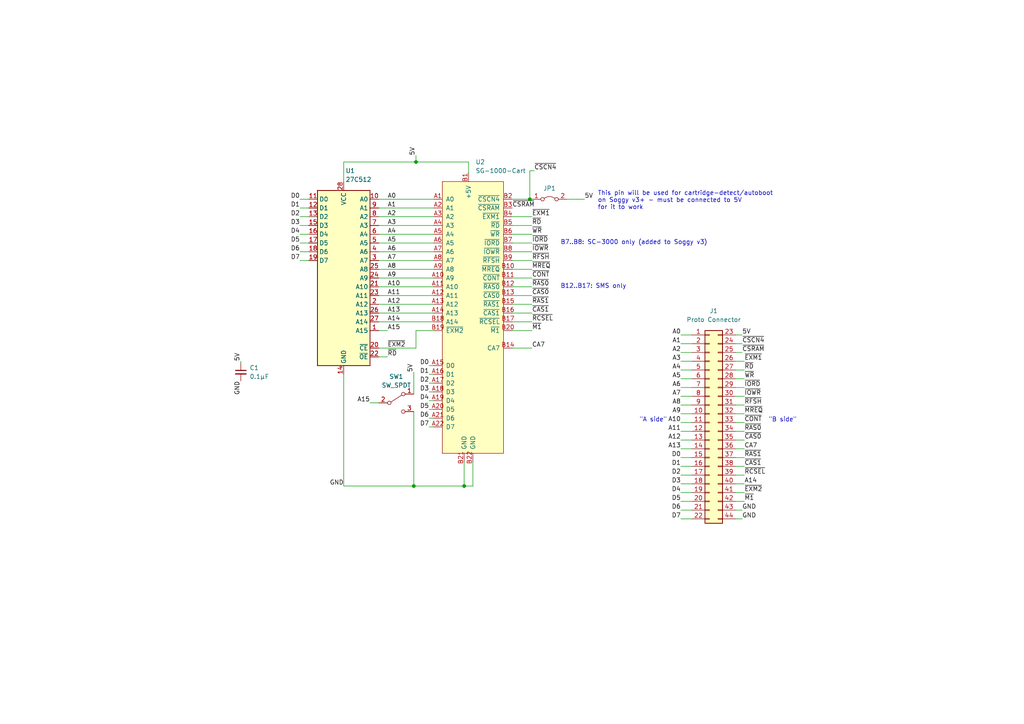
<source format=kicad_sch>
(kicad_sch (version 20211123) (generator eeschema)
  (paper "A4")
  (lib_symbols
    (symbol "Connector_Generic:Conn_02x22_Top_Bottom" (pin_names (offset 1.016) hide)
      (property "Reference" "J" (at 1.27 27.94 0))
      (property "Value" "Conn_02x22_Top_Bottom" (at 1.27 -30.48 0))
      (symbol "Conn_02x22_Top_Bottom_1_1"
        (rectangle (start -1.27 -27.813) (end 0 -28.067) (stroke (width 0.1524)))
        (rectangle (start -1.27 -25.273) (end 0 -25.527) (stroke (width 0.1524)))
        (rectangle (start -1.27 -22.733) (end 0 -22.987) (stroke (width 0.1524)))
        (rectangle (start -1.27 -20.193) (end 0 -20.447) (stroke (width 0.1524)))
        (rectangle (start -1.27 -17.653) (end 0 -17.907) (stroke (width 0.1524)))
        (rectangle (start -1.27 -15.113) (end 0 -15.367) (stroke (width 0.1524)))
        (rectangle (start -1.27 -12.573) (end 0 -12.827) (stroke (width 0.1524)))
        (rectangle (start -1.27 -10.033) (end 0 -10.287) (stroke (width 0.1524)))
        (rectangle (start -1.27 -7.493) (end 0 -7.747) (stroke (width 0.1524)))
        (rectangle (start -1.27 -4.953) (end 0 -5.207) (stroke (width 0.1524)))
        (rectangle (start -1.27 -2.413) (end 0 -2.667) (stroke (width 0.1524)))
        (rectangle (start -1.27 0.127) (end 0 -0.127) (stroke (width 0.1524)))
        (rectangle (start -1.27 2.667) (end 0 2.413) (stroke (width 0.1524)))
        (rectangle (start -1.27 5.207) (end 0 4.953) (stroke (width 0.1524)))
        (rectangle (start -1.27 7.747) (end 0 7.493) (stroke (width 0.1524)))
        (rectangle (start -1.27 10.287) (end 0 10.033) (stroke (width 0.1524)))
        (rectangle (start -1.27 12.827) (end 0 12.573) (stroke (width 0.1524)))
        (rectangle (start -1.27 15.367) (end 0 15.113) (stroke (width 0.1524)))
        (rectangle (start -1.27 17.907) (end 0 17.653) (stroke (width 0.1524)))
        (rectangle (start -1.27 20.447) (end 0 20.193) (stroke (width 0.1524)))
        (rectangle (start -1.27 22.987) (end 0 22.733) (stroke (width 0.1524)))
        (rectangle (start -1.27 25.527) (end 0 25.273) (stroke (width 0.1524)))
        (rectangle (start -1.27 26.67) (end 3.81 -29.21) (stroke (width 0.254)) (fill (type background)))
        (rectangle (start 3.81 -27.813) (end 2.54 -28.067) (stroke (width 0.1524)))
        (rectangle (start 3.81 -25.273) (end 2.54 -25.527) (stroke (width 0.1524)))
        (rectangle (start 3.81 -22.733) (end 2.54 -22.987) (stroke (width 0.1524)))
        (rectangle (start 3.81 -20.193) (end 2.54 -20.447) (stroke (width 0.1524)))
        (rectangle (start 3.81 -17.653) (end 2.54 -17.907) (stroke (width 0.1524)))
        (rectangle (start 3.81 -15.113) (end 2.54 -15.367) (stroke (width 0.1524)))
        (rectangle (start 3.81 -12.573) (end 2.54 -12.827) (stroke (width 0.1524)))
        (rectangle (start 3.81 -10.033) (end 2.54 -10.287) (stroke (width 0.1524)))
        (rectangle (start 3.81 -7.493) (end 2.54 -7.747) (stroke (width 0.1524)))
        (rectangle (start 3.81 -4.953) (end 2.54 -5.207) (stroke (width 0.1524)))
        (rectangle (start 3.81 -2.413) (end 2.54 -2.667) (stroke (width 0.1524)))
        (rectangle (start 3.81 0.127) (end 2.54 -0.127) (stroke (width 0.1524)))
        (rectangle (start 3.81 2.667) (end 2.54 2.413) (stroke (width 0.1524)))
        (rectangle (start 3.81 5.207) (end 2.54 4.953) (stroke (width 0.1524)))
        (rectangle (start 3.81 7.747) (end 2.54 7.493) (stroke (width 0.1524)))
        (rectangle (start 3.81 10.287) (end 2.54 10.033) (stroke (width 0.1524)))
        (rectangle (start 3.81 12.827) (end 2.54 12.573) (stroke (width 0.1524)))
        (rectangle (start 3.81 15.367) (end 2.54 15.113) (stroke (width 0.1524)))
        (rectangle (start 3.81 17.907) (end 2.54 17.653) (stroke (width 0.1524)))
        (rectangle (start 3.81 20.447) (end 2.54 20.193) (stroke (width 0.1524)))
        (rectangle (start 3.81 22.987) (end 2.54 22.733) (stroke (width 0.1524)))
        (rectangle (start 3.81 25.527) (end 2.54 25.273) (stroke (width 0.1524)))
        (pin passive line (at -5.08 25.4 0) (length 3.81) (name "Pin_1") (number "1"))
        (pin passive line (at -5.08 2.54 0) (length 3.81) (name "Pin_10") (number "10"))
        (pin passive line (at -5.08 0 0) (length 3.81) (name "Pin_11") (number "11"))
        (pin passive line (at -5.08 -2.54 0) (length 3.81) (name "Pin_12") (number "12"))
        (pin passive line (at -5.08 -5.08 0) (length 3.81) (name "Pin_13") (number "13"))
        (pin passive line (at -5.08 -7.62 0) (length 3.81) (name "Pin_14") (number "14"))
        (pin passive line (at -5.08 -10.16 0) (length 3.81) (name "Pin_15") (number "15"))
        (pin passive line (at -5.08 -12.7 0) (length 3.81) (name "Pin_16") (number "16"))
        (pin passive line (at -5.08 -15.24 0) (length 3.81) (name "Pin_17") (number "17"))
        (pin passive line (at -5.08 -17.78 0) (length 3.81) (name "Pin_18") (number "18"))
        (pin passive line (at -5.08 -20.32 0) (length 3.81) (name "Pin_19") (number "19"))
        (pin passive line (at -5.08 22.86 0) (length 3.81) (name "Pin_2") (number "2"))
        (pin passive line (at -5.08 -22.86 0) (length 3.81) (name "Pin_20") (number "20"))
        (pin passive line (at -5.08 -25.4 0) (length 3.81) (name "Pin_21") (number "21"))
        (pin passive line (at -5.08 -27.94 0) (length 3.81) (name "Pin_22") (number "22"))
        (pin passive line (at 7.62 25.4 180) (length 3.81) (name "Pin_23") (number "23"))
        (pin passive line (at 7.62 22.86 180) (length 3.81) (name "Pin_24") (number "24"))
        (pin passive line (at 7.62 20.32 180) (length 3.81) (name "Pin_25") (number "25"))
        (pin passive line (at 7.62 17.78 180) (length 3.81) (name "Pin_26") (number "26"))
        (pin passive line (at 7.62 15.24 180) (length 3.81) (name "Pin_27") (number "27"))
        (pin passive line (at 7.62 12.7 180) (length 3.81) (name "Pin_28") (number "28"))
        (pin passive line (at 7.62 10.16 180) (length 3.81) (name "Pin_29") (number "29"))
        (pin passive line (at -5.08 20.32 0) (length 3.81) (name "Pin_3") (number "3"))
        (pin passive line (at 7.62 7.62 180) (length 3.81) (name "Pin_30") (number "30"))
        (pin passive line (at 7.62 5.08 180) (length 3.81) (name "Pin_31") (number "31"))
        (pin passive line (at 7.62 2.54 180) (length 3.81) (name "Pin_32") (number "32"))
        (pin passive line (at 7.62 0 180) (length 3.81) (name "Pin_33") (number "33"))
        (pin passive line (at 7.62 -2.54 180) (length 3.81) (name "Pin_34") (number "34"))
        (pin passive line (at 7.62 -5.08 180) (length 3.81) (name "Pin_35") (number "35"))
        (pin passive line (at 7.62 -7.62 180) (length 3.81) (name "Pin_36") (number "36"))
        (pin passive line (at 7.62 -10.16 180) (length 3.81) (name "Pin_37") (number "37"))
        (pin passive line (at 7.62 -12.7 180) (length 3.81) (name "Pin_38") (number "38"))
        (pin passive line (at 7.62 -15.24 180) (length 3.81) (name "Pin_39") (number "39"))
        (pin passive line (at -5.08 17.78 0) (length 3.81) (name "Pin_4") (number "4"))
        (pin passive line (at 7.62 -17.78 180) (length 3.81) (name "Pin_40") (number "40"))
        (pin passive line (at 7.62 -20.32 180) (length 3.81) (name "Pin_41") (number "41"))
        (pin passive line (at 7.62 -22.86 180) (length 3.81) (name "Pin_42") (number "42"))
        (pin passive line (at 7.62 -25.4 180) (length 3.81) (name "Pin_43") (number "43"))
        (pin passive line (at 7.62 -27.94 180) (length 3.81) (name "Pin_44") (number "44"))
        (pin passive line (at -5.08 15.24 0) (length 3.81) (name "Pin_5") (number "5"))
        (pin passive line (at -5.08 12.7 0) (length 3.81) (name "Pin_6") (number "6"))
        (pin passive line (at -5.08 10.16 0) (length 3.81) (name "Pin_7") (number "7"))
        (pin passive line (at -5.08 7.62 0) (length 3.81) (name "Pin_8") (number "8"))
        (pin passive line (at -5.08 5.08 0) (length 3.81) (name "Pin_9") (number "9"))
      )
    )
    (symbol "Device:C_Small" (pin_numbers hide) (pin_names (offset 0.254) hide)
      (property "Reference" "C" (at 0.254 1.778 0))
      (property "Value" "C_Small" (at 0.254 -2.032 0))
      (symbol "C_Small_0_1"
        (polyline (pts (xy -1.524 -0.508) (xy 1.524 -0.508)) (stroke (width 0.3302)))
        (polyline (pts (xy -1.524 0.508) (xy 1.524 0.508)) (stroke (width 0.3048)))
      )
      (symbol "C_Small_1_1"
        (pin passive line (at 0 2.54 270) (length 2.032) (name "~") (number "1"))
        (pin passive line (at 0 -2.54 90) (length 2.032) (name "~") (number "2"))
      )
    )
    (symbol "Jumper:Jumper_2_Bridged" (pin_names (offset 0) hide)
      (property "Reference" "JP" (at 0 1.905 0))
      (property "Value" "Jumper_2_Bridged" (at 0 -2.54 0))
      (symbol "Jumper_2_Bridged_0_0"
        (circle (center -2.032 0) (radius 0.508))
        (circle (center 2.032 0) (radius 0.508))
      )
      (symbol "Jumper_2_Bridged_0_1"
        (arc (start 1.524 0.254) (mid 0 0.762) (end -1.524 0.254))
      )
      (symbol "Jumper_2_Bridged_1_1"
        (pin passive line (at -5.08 0 0) (length 2.54) (name "A") (number "1"))
        (pin passive line (at 5.08 0 180) (length 2.54) (name "B") (number "2"))
      )
    )
    (symbol "LeadedSolder:SG-1000-Cart" (pin_names (offset 1.016))
      (property "Reference" "U" (at 0 -72.39 0))
      (property "Value" "SG-1000-Cart" (at 0 -69.85 0))
      (symbol "SG-1000-Cart_0_1"
        (rectangle (start -7.62 13.97) (end 10.16 -64.77) (fill (type background)))
      )
      (symbol "SG-1000-Cart_1_1"
        (pin input line (at -10.16 8.89 0) (length 2.54) (name "A0") (number "A1"))
        (pin input line (at -10.16 -13.97 0) (length 2.54) (name "A9") (number "A10"))
        (pin input line (at -10.16 -16.51 0) (length 2.54) (name "A10") (number "A11"))
        (pin input line (at -10.16 -19.05 0) (length 2.54) (name "A11") (number "A12"))
        (pin input line (at -10.16 -21.59 0) (length 2.54) (name "A12") (number "A13"))
        (pin input line (at -10.16 -24.13 0) (length 2.54) (name "A13") (number "A14"))
        (pin bidirectional line (at -10.16 -39.37 0) (length 2.54) (name "D0") (number "A15"))
        (pin bidirectional line (at -10.16 -41.91 0) (length 2.54) (name "D1") (number "A16"))
        (pin bidirectional line (at -10.16 -44.45 0) (length 2.54) (name "D2") (number "A17"))
        (pin bidirectional line (at -10.16 -46.99 0) (length 2.54) (name "D3") (number "A18"))
        (pin bidirectional line (at -10.16 -49.53 0) (length 2.54) (name "D4") (number "A19"))
        (pin input line (at -10.16 6.35 0) (length 2.54) (name "A1") (number "A2"))
        (pin bidirectional line (at -10.16 -52.07 0) (length 2.54) (name "D5") (number "A20"))
        (pin bidirectional line (at -10.16 -54.61 0) (length 2.54) (name "D6") (number "A21"))
        (pin bidirectional line (at -10.16 -57.15 0) (length 2.54) (name "D7") (number "A22"))
        (pin input line (at -10.16 3.81 0) (length 2.54) (name "A2") (number "A3"))
        (pin input line (at -10.16 1.27 0) (length 2.54) (name "A3") (number "A4"))
        (pin input line (at -10.16 -1.27 0) (length 2.54) (name "A4") (number "A5"))
        (pin input line (at -10.16 -3.81 0) (length 2.54) (name "A5") (number "A6"))
        (pin input line (at -10.16 -6.35 0) (length 2.54) (name "A6") (number "A7"))
        (pin input line (at -10.16 -8.89 0) (length 2.54) (name "A7") (number "A8"))
        (pin input line (at -10.16 -11.43 0) (length 2.54) (name "A8") (number "A9"))
        (pin power_in line (at 0 16.51 270) (length 2.54) (name "+5V") (number "B1"))
        (pin input line (at 12.7 -11.43 180) (length 2.54) (name "~{MREQ}") (number "B10"))
        (pin input line (at 12.7 -13.97 180) (length 2.54) (name "~{CONT}") (number "B11"))
        (pin input line (at 12.7 -16.51 180) (length 2.54) (name "~{RAS0}") (number "B12"))
        (pin input line (at 12.7 -19.05 180) (length 2.54) (name "~{CAS0}") (number "B13"))
        (pin input line (at 12.7 -34.29 180) (length 2.54) (name "CA7") (number "B14"))
        (pin input line (at 12.7 -21.59 180) (length 2.54) (name "~{RAS1}") (number "B15"))
        (pin input line (at 12.7 -24.13 180) (length 2.54) (name "~{CAS1}") (number "B16"))
        (pin input line (at 12.7 -26.67 180) (length 2.54) (name "~{RCSEL}") (number "B17"))
        (pin input line (at -10.16 -26.67 0) (length 2.54) (name "A14") (number "B18"))
        (pin input line (at -10.16 -29.21 0) (length 2.54) (name "~{EXM2}") (number "B19"))
        (pin input line (at 12.7 8.89 180) (length 2.54) (name "~{CSCN4}") (number "B2"))
        (pin input line (at 12.7 -29.21 180) (length 2.54) (name "~{M1}") (number "B20"))
        (pin power_in line (at -1.27 -67.31 90) (length 2.54) (name "GND") (number "B21"))
        (pin power_in line (at 1.27 -67.31 90) (length 2.54) (name "GND") (number "B22"))
        (pin input line (at 12.7 6.35 180) (length 2.54) (name "~{CSRAM}") (number "B3"))
        (pin input line (at 12.7 3.81 180) (length 2.54) (name "~{EXM1}") (number "B4"))
        (pin input line (at 12.7 1.27 180) (length 2.54) (name "~{RD}") (number "B5"))
        (pin input line (at 12.7 -1.27 180) (length 2.54) (name "~{WR}") (number "B6"))
        (pin input line (at 12.7 -3.81 180) (length 2.54) (name "~{IORD}") (number "B7"))
        (pin input line (at 12.7 -6.35 180) (length 2.54) (name "~{IOWR}") (number "B8"))
        (pin input line (at 12.7 -8.89 180) (length 2.54) (name "~{RFSH}") (number "B9"))
      )
    )
    (symbol "Memory_EPROM:27C512"
      (property "Reference" "U" (at -7.62 26.67 0))
      (property "Value" "27C512" (at 2.54 -26.67 0))
      (symbol "27C512_1_1"
        (rectangle (start -7.62 25.4) (end 7.62 -25.4) (stroke (width 0.254)) (fill (type background)))
        (pin input line (at -10.16 -15.24 0) (length 2.54) (name "A15") (number "1"))
        (pin input line (at -10.16 22.86 0) (length 2.54) (name "A0") (number "10"))
        (pin tri_state line (at 10.16 22.86 180) (length 2.54) (name "D0") (number "11"))
        (pin tri_state line (at 10.16 20.32 180) (length 2.54) (name "D1") (number "12"))
        (pin tri_state line (at 10.16 17.78 180) (length 2.54) (name "D2") (number "13"))
        (pin power_in line (at 0 -27.94 90) (length 2.54) (name "GND") (number "14"))
        (pin tri_state line (at 10.16 15.24 180) (length 2.54) (name "D3") (number "15"))
        (pin tri_state line (at 10.16 12.7 180) (length 2.54) (name "D4") (number "16"))
        (pin tri_state line (at 10.16 10.16 180) (length 2.54) (name "D5") (number "17"))
        (pin tri_state line (at 10.16 7.62 180) (length 2.54) (name "D6") (number "18"))
        (pin tri_state line (at 10.16 5.08 180) (length 2.54) (name "D7") (number "19"))
        (pin input line (at -10.16 -7.62 0) (length 2.54) (name "A12") (number "2"))
        (pin input line (at -10.16 -20.32 0) (length 2.54) (name "~{CE}") (number "20"))
        (pin input line (at -10.16 -2.54 0) (length 2.54) (name "A10") (number "21"))
        (pin input line (at -10.16 -22.86 0) (length 2.54) (name "~{OE}") (number "22"))
        (pin input line (at -10.16 -5.08 0) (length 2.54) (name "A11") (number "23"))
        (pin input line (at -10.16 0 0) (length 2.54) (name "A9") (number "24"))
        (pin input line (at -10.16 2.54 0) (length 2.54) (name "A8") (number "25"))
        (pin input line (at -10.16 -10.16 0) (length 2.54) (name "A13") (number "26"))
        (pin input line (at -10.16 -12.7 0) (length 2.54) (name "A14") (number "27"))
        (pin power_in line (at 0 27.94 270) (length 2.54) (name "VCC") (number "28"))
        (pin input line (at -10.16 5.08 0) (length 2.54) (name "A7") (number "3"))
        (pin input line (at -10.16 7.62 0) (length 2.54) (name "A6") (number "4"))
        (pin input line (at -10.16 10.16 0) (length 2.54) (name "A5") (number "5"))
        (pin input line (at -10.16 12.7 0) (length 2.54) (name "A4") (number "6"))
        (pin input line (at -10.16 15.24 0) (length 2.54) (name "A3") (number "7"))
        (pin input line (at -10.16 17.78 0) (length 2.54) (name "A2") (number "8"))
        (pin input line (at -10.16 20.32 0) (length 2.54) (name "A1") (number "9"))
      )
    )
    (symbol "Switch:SW_SPDT" (pin_names (offset 0) hide)
      (property "Reference" "SW" (at 0 4.318 0))
      (property "Value" "SW_SPDT" (at 0 -5.08 0))
      (symbol "SW_SPDT_0_0"
        (circle (center -2.032 0) (radius 0.508))
        (circle (center 2.032 -2.54) (radius 0.508))
      )
      (symbol "SW_SPDT_0_1"
        (polyline (pts (xy -1.524 0.254) (xy 1.651 2.286)))
        (circle (center 2.032 2.54) (radius 0.508))
      )
      (symbol "SW_SPDT_1_1"
        (pin passive line (at 5.08 2.54 180) (length 2.54) (name "A") (number "1"))
        (pin passive line (at -5.08 0 0) (length 2.54) (name "B") (number "2"))
        (pin passive line (at 5.08 -2.54 180) (length 2.54) (name "C") (number "3"))
      )
    )
  )
  (junction (at 153.67 57.785))
  (junction (at 134.62 140.97))
  (junction (at 120.65 46.99))
  (junction (at 120.015 140.97))
  (wire (pts (xy 109.855 62.865) (xy 125.73 62.865)))
  (wire (pts (xy 124.46 123.825) (xy 125.73 123.825)))
  (wire (pts (xy 197.485 122.555) (xy 200.66 122.555)))
  (wire (pts (xy 213.36 137.795) (xy 215.9 137.795)))
  (wire (pts (xy 213.36 114.935) (xy 215.9 114.935)))
  (wire (pts (xy 213.36 117.475) (xy 215.9 117.475)))
  (wire (pts (xy 213.36 99.695) (xy 215.265 99.695)))
  (wire (pts (xy 109.855 103.505) (xy 112.395 103.505)))
  (wire (pts (xy 120.65 46.99) (xy 135.89 46.99)))
  (wire (pts (xy 109.855 57.785) (xy 125.73 57.785)))
  (wire (pts (xy 109.855 95.885) (xy 112.395 95.885)))
  (wire (pts (xy 124.46 108.585) (xy 125.73 108.585)))
  (wire (pts (xy 109.855 60.325) (xy 125.73 60.325)))
  (wire (pts (xy 69.85 104.775) (xy 69.85 105.41)))
  (wire (pts (xy 148.59 83.185) (xy 154.305 83.185)))
  (wire (pts (xy 109.855 85.725) (xy 125.73 85.725)))
  (wire (pts (xy 148.59 62.865) (xy 154.305 62.865)))
  (wire (pts (xy 197.485 107.315) (xy 200.66 107.315)))
  (wire (pts (xy 148.59 90.805) (xy 154.305 90.805)))
  (wire (pts (xy 213.36 140.335) (xy 215.9 140.335)))
  (wire (pts (xy 153.67 57.785) (xy 154.305 57.785)))
  (wire (pts (xy 124.46 113.665) (xy 125.73 113.665)))
  (wire (pts (xy 197.485 120.015) (xy 200.66 120.015)))
  (wire (pts (xy 109.855 78.105) (xy 125.73 78.105)))
  (wire (pts (xy 197.485 142.875) (xy 200.66 142.875)))
  (wire (pts (xy 148.59 100.965) (xy 154.305 100.965)))
  (wire (pts (xy 99.695 140.97) (xy 120.015 140.97)))
  (wire (pts (xy 213.36 135.255) (xy 215.9 135.255)))
  (wire (pts (xy 153.67 49.53) (xy 153.67 57.785)))
  (wire (pts (xy 213.36 145.415) (xy 215.9 145.415)))
  (wire (pts (xy 197.485 130.175) (xy 200.66 130.175)))
  (wire (pts (xy 86.995 75.565) (xy 89.535 75.565)))
  (wire (pts (xy 137.16 140.97) (xy 137.16 133.985)))
  (wire (pts (xy 197.485 104.775) (xy 200.66 104.775)))
  (wire (pts (xy 197.485 145.415) (xy 200.66 145.415)))
  (wire (pts (xy 213.36 109.855) (xy 215.9 109.855)))
  (wire (pts (xy 213.36 104.775) (xy 215.9 104.775)))
  (wire (pts (xy 120.65 46.99) (xy 99.695 46.99)))
  (wire (pts (xy 109.855 75.565) (xy 125.73 75.565)))
  (wire (pts (xy 148.59 85.725) (xy 154.305 85.725)))
  (wire (pts (xy 134.62 140.97) (xy 137.16 140.97)))
  (wire (pts (xy 213.36 127.635) (xy 215.9 127.635)))
  (wire (pts (xy 197.485 147.955) (xy 200.66 147.955)))
  (wire (pts (xy 109.855 67.945) (xy 125.73 67.945)))
  (wire (pts (xy 109.855 80.645) (xy 125.73 80.645)))
  (wire (pts (xy 124.46 111.125) (xy 125.73 111.125)))
  (wire (pts (xy 107.315 116.84) (xy 109.855 116.84)))
  (wire (pts (xy 197.485 99.695) (xy 200.66 99.695)))
  (wire (pts (xy 109.855 73.025) (xy 125.73 73.025)))
  (wire (pts (xy 120.65 100.965) (xy 109.855 100.965)))
  (wire (pts (xy 135.89 46.99) (xy 135.89 50.165)))
  (wire (pts (xy 124.46 116.205) (xy 125.73 116.205)))
  (wire (pts (xy 120.015 140.97) (xy 134.62 140.97)))
  (wire (pts (xy 213.36 125.095) (xy 215.9 125.095)))
  (wire (pts (xy 197.485 127.635) (xy 200.66 127.635)))
  (wire (pts (xy 197.485 114.935) (xy 200.66 114.935)))
  (wire (pts (xy 213.36 102.235) (xy 215.265 102.235)))
  (wire (pts (xy 86.995 67.945) (xy 89.535 67.945)))
  (wire (pts (xy 197.485 140.335) (xy 200.66 140.335)))
  (wire (pts (xy 197.485 102.235) (xy 200.66 102.235)))
  (wire (pts (xy 197.485 135.255) (xy 200.66 135.255)))
  (wire (pts (xy 197.485 97.155) (xy 200.66 97.155)))
  (wire (pts (xy 148.59 78.105) (xy 154.305 78.105)))
  (wire (pts (xy 109.855 88.265) (xy 125.73 88.265)))
  (wire (pts (xy 109.855 90.805) (xy 125.73 90.805)))
  (wire (pts (xy 99.695 108.585) (xy 99.695 140.97)))
  (wire (pts (xy 109.855 93.345) (xy 125.73 93.345)))
  (wire (pts (xy 148.59 65.405) (xy 154.305 65.405)))
  (wire (pts (xy 120.015 107.95) (xy 120.015 114.3)))
  (wire (pts (xy 109.855 65.405) (xy 125.73 65.405)))
  (wire (pts (xy 86.995 70.485) (xy 89.535 70.485)))
  (wire (pts (xy 120.65 45.085) (xy 120.65 46.99)))
  (wire (pts (xy 197.485 137.795) (xy 200.66 137.795)))
  (wire (pts (xy 197.485 125.095) (xy 200.66 125.095)))
  (wire (pts (xy 86.995 73.025) (xy 89.535 73.025)))
  (wire (pts (xy 197.485 150.495) (xy 200.66 150.495)))
  (wire (pts (xy 213.36 122.555) (xy 215.9 122.555)))
  (wire (pts (xy 120.65 95.885) (xy 120.65 100.965)))
  (wire (pts (xy 148.59 70.485) (xy 154.305 70.485)))
  (wire (pts (xy 86.995 57.785) (xy 89.535 57.785)))
  (wire (pts (xy 124.46 106.045) (xy 125.73 106.045)))
  (wire (pts (xy 124.46 121.285) (xy 125.73 121.285)))
  (wire (pts (xy 125.73 95.885) (xy 120.65 95.885)))
  (wire (pts (xy 213.36 150.495) (xy 215.265 150.495)))
  (wire (pts (xy 109.855 83.185) (xy 125.73 83.185)))
  (wire (pts (xy 109.855 70.485) (xy 125.73 70.485)))
  (wire (pts (xy 154.94 49.53) (xy 153.67 49.53)))
  (wire (pts (xy 213.36 107.315) (xy 215.9 107.315)))
  (wire (pts (xy 197.485 112.395) (xy 200.66 112.395)))
  (wire (pts (xy 213.36 120.015) (xy 215.9 120.015)))
  (wire (pts (xy 86.995 60.325) (xy 89.535 60.325)))
  (wire (pts (xy 213.36 147.955) (xy 215.265 147.955)))
  (wire (pts (xy 213.36 142.875) (xy 215.9 142.875)))
  (wire (pts (xy 148.59 67.945) (xy 154.305 67.945)))
  (wire (pts (xy 213.36 97.155) (xy 215.265 97.155)))
  (wire (pts (xy 86.995 65.405) (xy 89.535 65.405)))
  (wire (pts (xy 120.015 119.38) (xy 120.015 140.97)))
  (wire (pts (xy 197.485 109.855) (xy 200.66 109.855)))
  (wire (pts (xy 148.59 73.025) (xy 154.305 73.025)))
  (wire (pts (xy 197.485 132.715) (xy 200.66 132.715)))
  (wire (pts (xy 148.59 88.265) (xy 154.305 88.265)))
  (wire (pts (xy 99.695 46.99) (xy 99.695 52.705)))
  (wire (pts (xy 134.62 133.985) (xy 134.62 140.97)))
  (wire (pts (xy 148.59 95.885) (xy 154.305 95.885)))
  (wire (pts (xy 213.36 130.175) (xy 215.9 130.175)))
  (wire (pts (xy 213.36 112.395) (xy 215.9 112.395)))
  (wire (pts (xy 197.485 117.475) (xy 200.66 117.475)))
  (wire (pts (xy 124.46 118.745) (xy 125.73 118.745)))
  (wire (pts (xy 148.59 57.785) (xy 153.67 57.785)))
  (wire (pts (xy 148.59 80.645) (xy 154.305 80.645)))
  (wire (pts (xy 164.465 57.785) (xy 169.545 57.785)))
  (wire (pts (xy 148.59 93.345) (xy 154.305 93.345)))
  (wire (pts (xy 86.995 62.865) (xy 89.535 62.865)))
  (wire (pts (xy 148.59 75.565) (xy 154.305 75.565)))
  (wire (pts (xy 213.36 132.715) (xy 215.9 132.715)))
  (text "B12..B17: SMS only" (at 162.56 83.82 0) (effects (font (size 1.27 1.27)) (justify left bottom)))
  (text "This pin will be used for cartridge-detect/autoboot\non Soggy v3+ - must be connected to 5V\nfor it to work" (at 173.355 60.96 0) (effects (font (size 1.27 1.27)) (justify left bottom)))
  (text "\"A side\"" (at 185.42 122.555 0) (effects (font (size 1.27 1.27)) (justify left bottom)))
  (text "\"B side\"" (at 222.885 122.555 0) (effects (font (size 1.27 1.27)) (justify left bottom)))
  (text "B7..B8: SC-3000 only (added to Soggy v3)" (at 162.56 71.12 0) (effects (font (size 1.27 1.27)) (justify left bottom)))
  (label "~{RAS0}" (at 215.9 125.095 0))
  (label "A0" (at 112.395 57.785 0))
  (label "D1" (at 86.995 60.325 180))
  (label "~{WR}" (at 154.305 67.945 0))
  (label "D0" (at 86.995 57.785 180))
  (label "~{RCSEL}" (at 215.9 137.795 0))
  (label "5V" (at 215.265 97.155 0))
  (label "D4" (at 124.46 116.205 180))
  (label "D0" (at 124.46 106.045 180))
  (label "A1" (at 112.395 60.325 0))
  (label "~{RFSH}" (at 154.305 75.565 0))
  (label "~{EXM1}" (at 154.305 62.865 0))
  (label "D2" (at 124.46 111.125 180))
  (label "D6" (at 197.485 147.955 180))
  (label "CA7" (at 215.9 130.175 0))
  (label "D4" (at 86.995 67.945 180))
  (label "~{EXM1}" (at 215.9 104.775 0))
  (label "A10" (at 197.485 122.555 180))
  (label "D7" (at 197.485 150.495 180))
  (label "A3" (at 112.395 65.405 0))
  (label "A6" (at 112.395 73.025 0))
  (label "~{IOWR}" (at 215.9 114.935 0))
  (label "5V" (at 120.015 107.95 90))
  (label "~{RAS1}" (at 154.305 88.265 0))
  (label "~{MREQ}" (at 215.9 120.015 0))
  (label "A15" (at 112.395 95.885 0))
  (label "~{RD}" (at 215.9 107.315 0))
  (label "D6" (at 86.995 73.025 180))
  (label "D0" (at 197.485 132.715 180))
  (label "~{EXM2}" (at 215.9 142.875 0))
  (label "D4" (at 197.485 142.875 180))
  (label "A8" (at 112.395 78.105 0))
  (label "~{CAS0}" (at 215.9 127.635 0))
  (label "~{IORD}" (at 215.9 112.395 0))
  (label "A10" (at 112.395 83.185 0))
  (label "A11" (at 112.395 85.725 0))
  (label "A3" (at 197.485 104.775 180))
  (label "~{RAS1}" (at 215.9 132.715 0))
  (label "~{RAS0}" (at 154.305 83.185 0))
  (label "A14" (at 112.395 93.345 0))
  (label "D5" (at 124.46 118.745 180))
  (label "A0" (at 197.485 97.155 180))
  (label "~{WR}" (at 215.9 109.855 0))
  (label "A9" (at 197.485 120.015 180))
  (label "CA7" (at 154.305 100.965 0))
  (label "~{M1}" (at 215.9 145.415 0))
  (label "~{CSRAM}" (at 148.59 60.325 0))
  (label "~{CSRAM}" (at 215.265 102.235 0))
  (label "~{CAS0}" (at 154.305 85.725 0))
  (label "~{CAS1}" (at 215.9 135.255 0))
  (label "~{RCSEL}" (at 154.305 93.345 0))
  (label "A13" (at 197.485 130.175 180))
  (label "A14" (at 215.9 140.335 0))
  (label "A12" (at 197.485 127.635 180))
  (label "A9" (at 112.395 80.645 0))
  (label "A12" (at 112.395 88.265 0))
  (label "~{RD}" (at 154.305 65.405 0))
  (label "GND" (at 215.265 147.955 0))
  (label "~{CONT}" (at 215.9 122.555 0))
  (label "D5" (at 197.485 145.415 180))
  (label "5V" (at 169.545 57.785 0))
  (label "A1" (at 197.485 99.695 180))
  (label "A7" (at 112.395 75.565 0))
  (label "A13" (at 112.395 90.805 0))
  (label "D7" (at 86.995 75.565 180))
  (label "A8" (at 197.485 117.475 180))
  (label "~{MREQ}" (at 154.305 78.105 0))
  (label "A7" (at 197.485 114.935 180))
  (label "D2" (at 197.485 137.795 180))
  (label "A5" (at 197.485 109.855 180))
  (label "D5" (at 86.995 70.485 180))
  (label "A2" (at 197.485 102.235 180))
  (label "D3" (at 86.995 65.405 180))
  (label "D3" (at 197.485 140.335 180))
  (label "~{IORD}" (at 154.305 70.485 0))
  (label "~{CAS1}" (at 154.305 90.805 0))
  (label "A2" (at 112.395 62.865 0))
  (label "GND" (at 99.695 140.97 180))
  (label "5V" (at 69.85 104.775 90))
  (label "~{RD}" (at 112.395 103.505 0))
  (label "A6" (at 197.485 112.395 180))
  (label "~{CSCN4}" (at 154.94 49.53 0))
  (label "A4" (at 112.395 67.945 0))
  (label "A5" (at 112.395 70.485 0))
  (label "D1" (at 197.485 135.255 180))
  (label "~{RFSH}" (at 215.9 117.475 0))
  (label "A4" (at 197.485 107.315 180))
  (label "~{M1}" (at 154.305 95.885 0))
  (label "A15" (at 107.315 116.84 180))
  (label "~{CONT}" (at 154.305 80.645 0))
  (label "D7" (at 124.46 123.825 180))
  (label "D1" (at 124.46 108.585 180))
  (label "GND" (at 215.265 150.495 0))
  (label "D2" (at 86.995 62.865 180))
  (label "~{IOWR}" (at 154.305 73.025 0))
  (label "A11" (at 197.485 125.095 180))
  (label "D6" (at 124.46 121.285 180))
  (label "GND" (at 69.85 110.49 270))
  (label "D3" (at 124.46 113.665 180))
  (label "~{EXM2}" (at 112.395 100.965 0))
  (label "5V" (at 120.65 45.085 90))
  (label "~{CSCN4}" (at 215.265 99.695 0))
  (symbol (lib_id "Device:C_Small") (at 69.85 107.95 0) (unit 1)
    (property "Reference" "C1" (at 72.39 106.6862 0) (effects (justify left)))
    (property "Value" "0.1µF" (at 72.39 109.2262 0) (effects (justify left)))
    (property "Footprint" "Capacitor_THT:C_Disc_D6.0mm_W2.5mm_P5.00mm" (effects hide))
  )
  (symbol (lib_id "Memory_EPROM:27C512") (at 99.695 80.645 0) (mirror y) (unit 1)
    (property "Reference" "U1" (at 100.2156 49.53 0) (effects (justify right)))
    (property "Value" "27C512" (at 100.2156 52.07 0) (effects (justify right)))
    (property "Footprint" "Socket:DIP_Socket-28_W11.9_W12.7_W15.24_W17.78_W18.5_3M_228-1277-00-0602J" (effects hide))
    (property "Datasheet" "http://ww1.microchip.com/downloads/en/DeviceDoc/doc0015.pdf" (effects hide))
  )
  (symbol (lib_id "Connector_Generic:Conn_02x22_Top_Bottom") (at 205.74 122.555 0) (unit 1)
    (property "Reference" "J1" (at 207.01 90.17 0))
    (property "Value" "Proto Connector" (at 207.01 92.71 0))
    (property "Footprint" "Connector_PinSocket_2.54mm:PinSocket_2x22_P2.54mm_Vertical" (effects hide))
  )
  (symbol (lib_id "LeadedSolder:SG-1000-Cart") (at 135.89 66.675 0) (unit 1)
    (property "Reference" "U2" (at 137.9094 46.99 0) (effects (justify left)))
    (property "Value" "SG-1000-Cart" (at 137.9094 49.53 0) (effects (justify left)))
    (property "Footprint" "SoggyCartridge:CartridgeEdge" (effects hide))
  )
  (symbol (lib_id "Jumper:Jumper_2_Bridged") (at 159.385 57.785 0) (unit 1)
    (property "Reference" "JP1" (at 159.385 54.61 0))
    (property "Value" "Jumper_2_Bridged" (effects hide))
    (property "Footprint" "Jumper:SolderJumper-2_P1.3mm_Bridged_RoundedPad1.0x1.5mm" (effects hide))
  )
  (symbol (lib_id "Switch:SW_SPDT") (at 114.935 116.84 0) (unit 1)
    (property "Reference" "SW1" (at 114.935 109.22 0))
    (property "Value" "SW_SPDT" (at 114.935 111.76 0))
    (property "Footprint" "Connector_PinHeader_2.54mm:PinHeader_1x03_P2.54mm_Vertical" (effects hide))
  )
)
</source>
